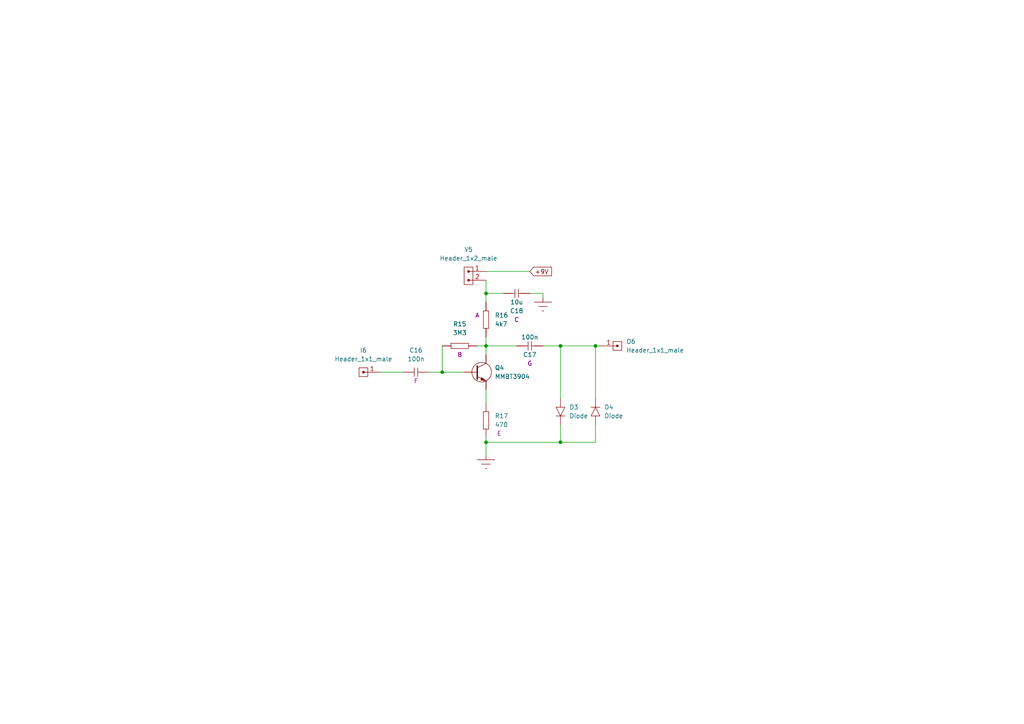
<source format=kicad_sch>
(kicad_sch (version 20211123) (generator eeschema)
  (paper "A4")
  (title_block (title "Electra distortion") (date "2024-04-26") (rev "1") (company "https://github.com/dvhx/ultimate-soldering-exercise"))
  (lib_symbols
    (symbol "dvhx-kicad-library:C" (pin_numbers hide) (pin_names hide)
      (property "Reference" "C" (at 2.286 1.016 0))
      (property "Value" "C" (at 2.286 -1.27 0))
      (symbol "C_0_1"
        (polyline (pts (xy 0 -0.508) (xy 0 -1.27)))
        (polyline (pts (xy 0 1.27) (xy 0 0.508)))
        (polyline (pts (xy 1.27 -0.508) (xy -1.27 -0.508)))
        (polyline (pts (xy 1.27 0.508) (xy -1.27 0.508)))
      )
      (symbol "C_1_1"
        (pin passive line (at 0 3.81 270) (length 2.54) (name "1") (number "1"))
        (pin passive line (at 0 -3.81 90) (length 2.54) (name "2") (number "2"))
      )
    )
    (symbol "dvhx-kicad-library:Diode" (pin_numbers hide) (pin_names hide)
      (property "Reference" "D" (at 0 2.54 0))
      (property "Value" "Diode" (at 0 5.08 0))
      (symbol "Diode_0_1"
        (polyline (pts (xy 1.27 1.27) (xy 1.27 -1.27)))
        (polyline (pts (xy 1.27 0) (xy -1.27 1.27) (xy -1.27 -1.27) (xy 1.27 0)))
      )
      (symbol "Diode_1_1"
        (pin passive line (at -3.81 0 0) (length 2.54) (name "A") (number "A"))
        (pin passive line (at 3.81 0 180) (length 2.54) (name "K") (number "K"))
      )
    )
    (symbol "dvhx-kicad-library:GND" (power) (pin_numbers hide) (pin_names hide)
      (symbol "GND_0_1"
        (polyline (pts (xy -2.54 -1.27) (xy 2.54 -1.27)))
        (polyline (pts (xy -1.27 -2.54) (xy 1.27 -2.54)))
        (polyline (pts (xy -0.254 -3.81) (xy 0.254 -3.81)))
      )
      (symbol "GND_1_1"
        (pin power_in line (at 0 0 270) (length 1.27) (name "GND") (number "GND"))
      )
    )
    (symbol "dvhx-kicad-library:Header_1x1_male" (pin_names hide)
      (property "Reference" "J" (at -0.254 2.286 0))
      (property "Value" "Header_1x1_male" (at 0 4.191 0))
      (symbol "Header_1x1_male_0_1"
        (rectangle (start -1.27 1.27) (end 1.27 -1.27))
        (rectangle (start -0.254 0.254) (end 0.254 -0.254) (fill (type outline)))
      )
      (symbol "Header_1x1_male_1_1"
        (pin passive line (at -5.08 0 0) (length 5.08) (name "1") (number "1"))
      )
    )
    (symbol "dvhx-kicad-library:Header_1x2_male" (pin_names hide)
      (property "Reference" "J" (at -0.254 2.286 0))
      (property "Value" "Header_1x2_male" (at 0 4.191 0))
      (symbol "Header_1x2_male_0_1"
        (rectangle (start -1.27 1.27) (end 1.27 -3.81))
        (rectangle (start -0.254 -2.286) (end 0.254 -2.794) (fill (type outline)))
        (rectangle (start -0.254 0.254) (end 0.254 -0.254) (fill (type outline)))
      )
      (symbol "Header_1x2_male_1_1"
        (pin passive line (at -5.08 0 0) (length 5.08) (name "1") (number "1"))
        (pin passive line (at -5.08 -2.54 0) (length 5.08) (name "2") (number "2"))
      )
    )
    (symbol "dvhx-kicad-library:NPN" (pin_numbers hide) (pin_names hide)
      (property "Reference" "Q" (at 2.54 1.016 0))
      (property "Value" "NPN" (at 3.81 -1.016 0))
      (symbol "NPN_0_1"
        (circle (center -1.27 0) (radius 2.8398))
        (polyline (pts (xy -3.81 0) (xy -2.54 0)))
        (polyline (pts (xy -2.54 1.778) (xy -2.54 -2.032)) (stroke (width 0.4)))
        (polyline (pts (xy 0 -2.54) (xy -2.54 -1.27)))
        (polyline (pts (xy 0 2.54) (xy -2.54 1.27)))
        (polyline (pts (xy 0 -2.54) (xy -1.524 -2.286) (xy -1.27 -1.524) (xy 0 -2.54)) (fill (type outline)))
      )
      (symbol "NPN_1_1"
        (pin input line (at -6.35 0 0) (length 2.54) (name "B") (number "B"))
        (pin passive line (at 0 5.08 270) (length 2.54) (name "C") (number "C"))
        (pin passive line (at 0 -5.08 90) (length 2.54) (name "E") (number "E"))
      )
    )
    (symbol "dvhx-kicad-library:R" (pin_numbers hide) (pin_names hide)
      (property "Reference" "R" (at 2.032 1.016 0))
      (property "Value" "R" (at 2.032 -1.016 0))
      (symbol "R_0_1"
        (polyline (pts (xy -0.762 2.54) (xy 0.762 2.54) (xy 0.762 -2.54) (xy -0.762 -2.54) (xy -0.762 2.54)))
      )
      (symbol "R_1_1"
        (pin passive line (at 0 5.08 270) (length 2.54) (name "1") (number "1"))
        (pin passive line (at 0 -5.08 90) (length 2.54) (name "2") (number "2"))
      )
    )
  )
  (junction (at 162.56 128.27))
  (junction (at 140.97 85.09))
  (junction (at 140.97 128.27))
  (junction (at 172.72 100.33))
  (junction (at 128.27 107.95))
  (junction (at 140.97 100.33))
  (junction (at 162.56 100.33))
  (wire (pts (xy 153.67 78.74) (xy 140.97 78.74)))
  (wire (pts (xy 128.27 100.33) (xy 128.27 107.95)))
  (wire (pts (xy 140.97 128.27) (xy 140.97 132.08)))
  (wire (pts (xy 140.97 113.03) (xy 140.97 116.84)))
  (wire (pts (xy 153.67 85.09) (xy 157.48 85.09)))
  (wire (pts (xy 172.72 100.33) (xy 173.99 100.33)))
  (wire (pts (xy 157.48 100.33) (xy 162.56 100.33)))
  (wire (pts (xy 138.43 100.33) (xy 140.97 100.33)))
  (wire (pts (xy 140.97 128.27) (xy 162.56 128.27)))
  (wire (pts (xy 140.97 97.79) (xy 140.97 100.33)))
  (wire (pts (xy 110.49 107.95) (xy 116.84 107.95)))
  (wire (pts (xy 140.97 85.09) (xy 140.97 87.63)))
  (wire (pts (xy 157.48 85.09) (xy 157.48 86.36)))
  (wire (pts (xy 162.56 123.19) (xy 162.56 128.27)))
  (wire (pts (xy 172.72 100.33) (xy 172.72 115.57)))
  (wire (pts (xy 162.56 100.33) (xy 162.56 115.57)))
  (wire (pts (xy 140.97 85.09) (xy 140.97 81.28)))
  (wire (pts (xy 128.27 107.95) (xy 134.62 107.95)))
  (wire (pts (xy 140.97 127) (xy 140.97 128.27)))
  (wire (pts (xy 140.97 100.33) (xy 149.86 100.33)))
  (wire (pts (xy 124.46 107.95) (xy 128.27 107.95)))
  (wire (pts (xy 140.97 85.09) (xy 146.05 85.09)))
  (wire (pts (xy 172.72 123.19) (xy 172.72 128.27)))
  (wire (pts (xy 162.56 100.33) (xy 172.72 100.33)))
  (wire (pts (xy 140.97 100.33) (xy 140.97 102.87)))
  (wire (pts (xy 162.56 128.27) (xy 172.72 128.27)))
  (global_label "+9V" (shape input) (at 153.67 78.74 0) (property "Intersheet References" "${INTERSHEET_REFS}" (effects hide)))
  (symbol (lib_id "dvhx-kicad-library:GND") (at 157.48 86.36 0) (unit 1)
    (property "Reference" "#GND010" (effects hide))
    (property "Value" "GND" (effects hide))
  )
  (symbol (lib_id "dvhx-kicad-library:R") (at 140.97 92.71 0) (unit 1)
    (property "Reference" "R16" (at 143.51 91.4399 0) (effects (justify left)))
    (property "Value" "4k7" (at 143.51 93.9799 0) (effects (justify left)))
    (property "Footprint" "dvhx-kicad-library:Resistor_0805" (effects hide))
    (property "PCB" "A" (at 138.43 91.44 0))
  )
  (symbol (lib_id "dvhx-kicad-library:C") (at 153.67 100.33 90) (unit 1)
    (property "Reference" "C17" (at 153.67 102.87 90))
    (property "Value" "100n" (at 153.67 97.79 90))
    (property "Footprint" "dvhx-kicad-library:Capacitor_0805" (effects hide))
    (property "Field4" "G" (at 153.67 105.41 90))
  )
  (symbol (lib_id "dvhx-kicad-library:Header_1x1_male") (at 179.07 100.33 0) (unit 1)
    (property "Reference" "O6" (at 181.61 99.0599 0) (effects (justify left)))
    (property "Value" "Header_1x1_male" (at 181.61 101.5999 0) (effects (justify left)))
    (property "Footprint" "dvhx-kicad-library:Header_1x1_male_upright" (effects hide))
  )
  (symbol (lib_id "dvhx-kicad-library:R") (at 133.35 100.33 90) (unit 1)
    (property "Reference" "R15" (at 133.35 93.98 90))
    (property "Value" "3M3" (at 133.35 96.52 90))
    (property "Footprint" "dvhx-kicad-library:Resistor_0805" (effects hide))
    (property "PCB" "B" (at 133.35 102.87 90))
  )
  (symbol (lib_id "dvhx-kicad-library:Header_1x2_male") (at 135.89 78.74 0) (mirror y) (unit 1)
    (property "Reference" "V5" (at 135.89 72.39 0))
    (property "Value" "Header_1x2_male" (at 135.89 74.93 0))
    (property "Footprint" "dvhx-kicad-library:Header_1x2_male_upright" (effects hide))
  )
  (symbol (lib_id "dvhx-kicad-library:Diode") (at 162.56 119.38 270) (unit 1)
    (property "Reference" "D3" (at 165.1 118.1099 90) (effects (justify left)))
    (property "Value" "Diode" (at 165.1 120.6499 90) (effects (justify left)))
    (property "Footprint" "dvhx-kicad-library:Diode_SOD-123" (effects hide))
  )
  (symbol (lib_id "dvhx-kicad-library:Diode") (at 172.72 119.38 90) (unit 1)
    (property "Reference" "D4" (at 175.26 118.1099 90) (effects (justify right)))
    (property "Value" "Diode" (at 175.26 120.6499 90) (effects (justify right)))
    (property "Footprint" "dvhx-kicad-library:Diode_SOD-123" (effects hide))
  )
  (symbol (lib_id "dvhx-kicad-library:C") (at 120.65 107.95 90) (unit 1)
    (property "Reference" "C16" (at 120.65 101.6 90))
    (property "Value" "100n" (at 120.65 104.14 90))
    (property "Footprint" "dvhx-kicad-library:Capacitor_0805" (effects hide))
    (property "Field4" "F" (at 120.65 110.49 90))
  )
  (symbol (lib_id "dvhx-kicad-library:Header_1x1_male") (at 105.41 107.95 180) (unit 1)
    (property "Reference" "I6" (at 105.41 101.6 0))
    (property "Value" "Header_1x1_male" (at 105.41 104.14 0))
    (property "Footprint" "dvhx-kicad-library:Header_1x1_male_upright" (effects hide))
  )
  (symbol (lib_id "dvhx-kicad-library:GND") (at 140.97 132.08 0) (unit 1)
    (property "Reference" "#GND09" (effects hide))
    (property "Value" "GND" (effects hide))
  )
  (symbol (lib_id "dvhx-kicad-library:NPN") (at 140.97 107.95 0) (unit 1)
    (property "Reference" "Q4" (at 143.51 106.6799 0) (effects (justify left)))
    (property "Value" "MMBT3904" (at 143.51 109.2199 0) (effects (justify left)))
    (property "Footprint" "dvhx-kicad-library:SOT23-BEC" (effects hide))
  )
  (symbol (lib_id "dvhx-kicad-library:C") (at 149.86 85.09 270) (unit 1)
    (property "Reference" "C18" (at 149.86 90.17 90))
    (property "Value" "10u" (at 149.86 87.63 90))
    (property "Footprint" "dvhx-kicad-library:Capacitor_0805" (effects hide))
    (property "Field4" "C" (at 149.86 92.71 90))
  )
  (symbol (lib_id "dvhx-kicad-library:R") (at 140.97 121.92 0) (unit 1)
    (property "Reference" "R17" (at 143.51 120.6499 0) (effects (justify left)))
    (property "Value" "470" (at 143.51 123.1899 0) (effects (justify left)))
    (property "Footprint" "dvhx-kicad-library:Resistor_0805" (effects hide))
    (property "PCB" "E" (at 144.78 125.73 0))
  )
)
</source>
